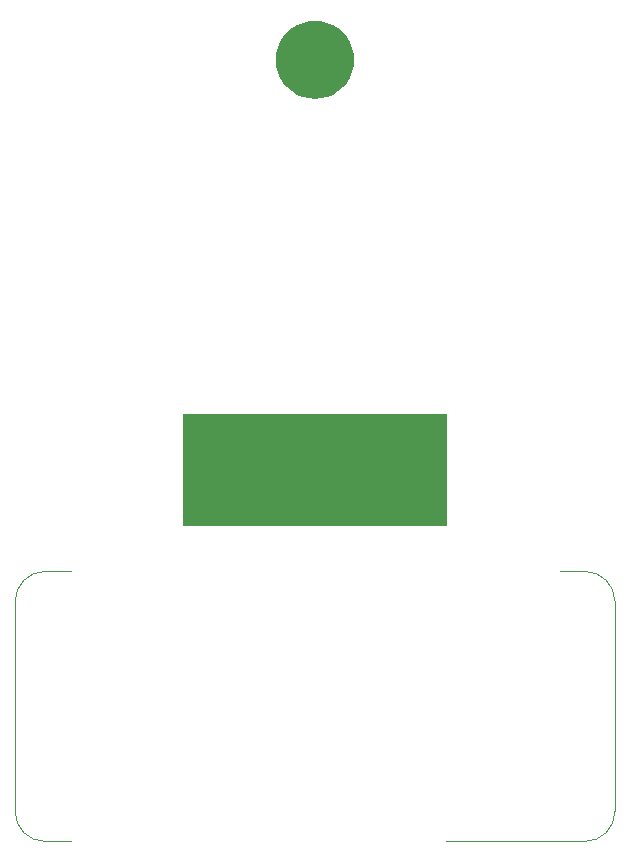
<source format=gbr>
G04*
G04 #@! TF.GenerationSoftware,Altium Limited,Altium Designer,22.4.2 (48)*
G04*
G04 Layer_Color=32768*
%FSLAX25Y25*%
%MOIN*%
G70*
G04*
G04 #@! TF.SameCoordinates,F1429C7B-AB02-4E32-93F6-432C4BA2DB55*
G04*
G04*
G04 #@! TF.FilePolarity,Positive*
G04*
G01*
G75*
%ADD162C,0.00000*%
G36*
X144095Y138779D02*
X55905D01*
Y176181D01*
X144095D01*
Y138779D01*
D01*
D02*
G37*
G36*
X100000Y307324D02*
X97961Y307163D01*
X95973Y306686D01*
X94083Y305903D01*
X92340Y304835D01*
X90785Y303507D01*
X89457Y301952D01*
X88388Y300208D01*
X87606Y298319D01*
X87128Y296330D01*
X86968Y294291D01*
X87128Y292253D01*
X87606Y290264D01*
X88388Y288375D01*
X88745Y287793D01*
D01*
X89457Y286631D01*
X90785Y285076D01*
X92340Y283748D01*
X94083Y282680D01*
X95973Y281897D01*
X97961Y281419D01*
X100000Y281259D01*
X102039Y281419D01*
X104027Y281897D01*
X105917Y282680D01*
X107660Y283748D01*
X109215Y285076D01*
X110543Y286631D01*
X111255Y287793D01*
D01*
X111612Y288375D01*
X112394Y290264D01*
X112872Y292253D01*
X113032Y294291D01*
X112872Y296330D01*
X112394Y298319D01*
X111612Y300208D01*
X110543Y301952D01*
X109215Y303507D01*
X107660Y304835D01*
X105917Y305903D01*
X104027Y306686D01*
X102039Y307163D01*
X100000Y307324D01*
D01*
D02*
G37*
D162*
X10000Y123740D02*
G03*
X0Y113740I0J-10000D01*
G01*
Y43740D02*
G03*
X10000Y33740I10000J0D01*
G01*
X190000D02*
G03*
X200000Y43740I0J10000D01*
G01*
Y113740D02*
G03*
X190000Y123740I-10000J0D01*
G01*
X181500D02*
X190000D01*
X0Y43740D02*
Y113740D01*
X143500Y33740D02*
X190000D01*
X200000Y43740D02*
Y113740D01*
X10000Y33740D02*
X18500D01*
X10000Y123740D02*
X18500D01*
M02*

</source>
